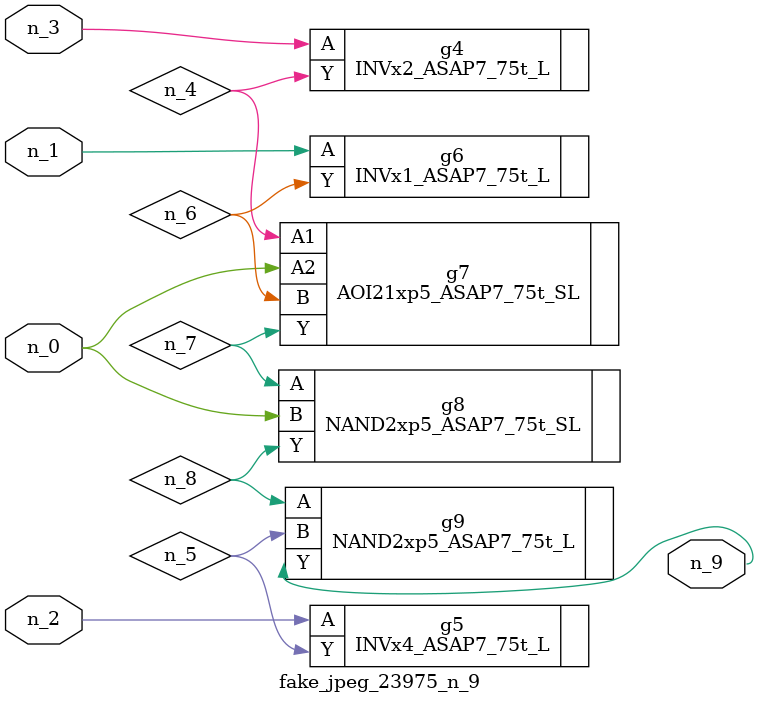
<source format=v>
module fake_jpeg_23975_n_9 (n_0, n_3, n_2, n_1, n_9);

input n_0;
input n_3;
input n_2;
input n_1;

output n_9;

wire n_4;
wire n_8;
wire n_6;
wire n_5;
wire n_7;

INVx2_ASAP7_75t_L g4 ( 
.A(n_3),
.Y(n_4)
);

INVx4_ASAP7_75t_L g5 ( 
.A(n_2),
.Y(n_5)
);

INVx1_ASAP7_75t_L g6 ( 
.A(n_1),
.Y(n_6)
);

AOI21xp5_ASAP7_75t_SL g7 ( 
.A1(n_4),
.A2(n_0),
.B(n_6),
.Y(n_7)
);

NAND2xp5_ASAP7_75t_SL g8 ( 
.A(n_7),
.B(n_0),
.Y(n_8)
);

NAND2xp5_ASAP7_75t_L g9 ( 
.A(n_8),
.B(n_5),
.Y(n_9)
);


endmodule
</source>
